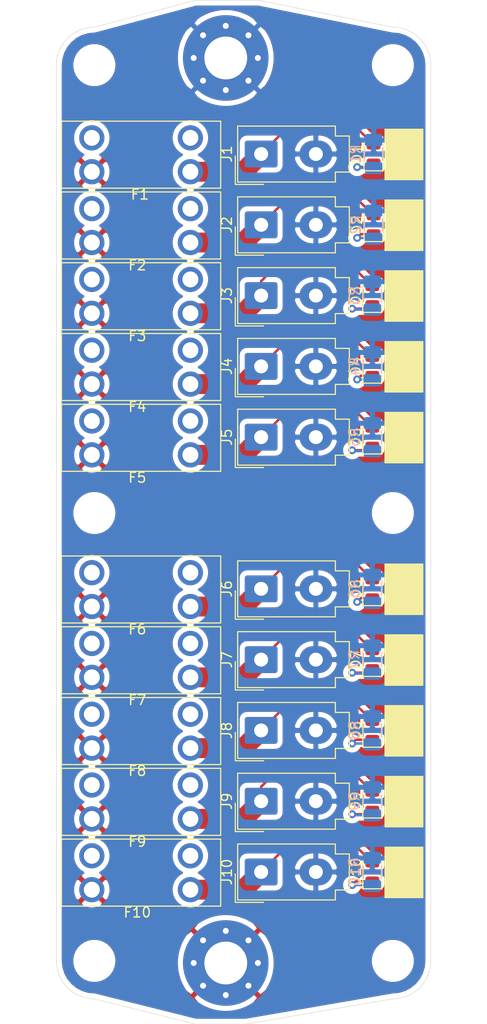
<source format=kicad_pcb>
(kicad_pcb (version 20171130) (host pcbnew "(5.1.2)-2")
  (layers (0 F.Cu signal) (31 B.Cu signal) (34 B.Paste user) (35 F.Paste user) (36 B.SilkS user) (37 F.SilkS user) (38 B.Mask user) (39 F.Mask user) (44 Edge.Cuts user))
  (net 0 "")
  (net 1 "Net-(D1-Pad2)")
  (net 2 "Net-(F1-Pad2)")
  (net 3 GND)
  (net 4 "Net-(D2-Pad2)")
  (net 5 "Net-(D2-Pad1)")
  (net 6 "Net-(D3-Pad2)")
  (net 7 "Net-(D3-Pad1)")
  (net 8 "Net-(D4-Pad2)")
  (net 9 "Net-(D4-Pad1)")
  (net 10 "Net-(D5-Pad2)")
  (net 11 "Net-(D5-Pad1)")
  (net 12 "Net-(D6-Pad2)")
  (net 13 "Net-(D6-Pad1)")
  (net 14 "Net-(D7-Pad2)")
  (net 15 "Net-(D7-Pad1)")
  (net 16 "Net-(D8-Pad2)")
  (net 17 "Net-(D8-Pad1)")
  (net 18 "Net-(D9-Pad2)")
  (net 19 "Net-(D9-Pad1)")
  (net 20 "Net-(D10-Pad2)")
  (net 21 "Net-(D10-Pad1)")
  (net 22 "Net-(D1-Pad1)")
  (module MountingHole:MountingHole_3.2mm_M3 (layer F.Cu) (at 144.3 93.176)
    (fp_text reference REF** hide)
    (fp_text value MountingHole_3.2mm_M3)
    (pad 1 np_thru_hole circle (at 0 0) (size 3.2 3.2) (drill 3.2) (layers *.Cu *.Mask))
  )
  (module MountingHole:MountingHole_3.2mm_M3 (layer F.Cu) (at 114.3 93.176)
    (fp_text reference REF** hide)
    (fp_text value MountingHole_3.2mm_M3)
    (pad 1 np_thru_hole circle (at 0 0) (size 3.2 3.2) (drill 3.2) (layers *.Cu *.Mask))
  )
  (module MountingHole:MountingHole_3.2mm_M3 (layer F.Cu) (at 144.3 138.176)
    (fp_text reference REF** hide)
    (fp_text value MountingHole_3.2mm_M3)
    (pad 1 np_thru_hole circle (at 0 0) (size 3.2 3.2) (drill 3.2) (layers *.Cu *.Mask))
  )
  (module MountingHole:MountingHole_3.2mm_M3 (layer F.Cu) (at 114.3 138.176)
    (fp_text reference REF** hide)
    (fp_text value MountingHole_3.2mm_M3)
    (pad 1 np_thru_hole circle (at 0 0) (size 3.2 3.2) (drill 3.2) (layers *.Cu *.Mask))
  )
  (module MountingHole:MountingHole_3.2mm_M3 (layer F.Cu) (at 114.3 183.176)
    (fp_text reference REF** hide)
    (fp_text value MountingHole_3.2mm_M3)
    (pad 1 np_thru_hole circle (at 0 0) (size 3.2 3.2) (drill 3.2) (layers *.Cu *.Mask))
  )
  (module MountingHole:MountingHole_3.2mm_M3 (layer F.Cu) (at 144.3 183.176)
    (fp_text reference REF** hide)
    (fp_text value MountingHole_3.2mm_M3)
    (pad 1 np_thru_hole circle (at 0 0) (size 3.2 3.2) (drill 3.2) (layers *.Cu *.Mask))
  )
  (module Connector_Molex:Molex_Mini-Fit_Jr_5566-02A_2x01_P4.20mm_Vertical (layer F.Cu) (at 131.064 130.556 90)
    (fp_text reference J5 (at 0 -3.45 90) (layer F.SilkS))
    (fp_text value Conn_01x02_Male)
    (fp_line (start 0 -2.36) (end -2.81 -2.36) (layer F.SilkS) (width 0.12))
    (fp_line (start -2.81 -2.36) (end -2.81 7.46) (layer F.SilkS) (width 0.12))
    (fp_line (start -2.81 7.46) (end -1.81 7.46) (layer F.SilkS) (width 0.12))
    (fp_line (start -1.81 7.46) (end -1.81 8.86) (layer F.SilkS) (width 0.12))
    (fp_line (start -1.81 8.86) (end 0 8.86) (layer F.SilkS) (width 0.12))
    (fp_line (start 0 -2.36) (end 2.81 -2.36) (layer F.SilkS) (width 0.12))
    (fp_line (start 2.81 -2.36) (end 2.81 7.46) (layer F.SilkS) (width 0.12))
    (fp_line (start 2.81 7.46) (end 1.81 7.46) (layer F.SilkS) (width 0.12))
    (fp_line (start 1.81 7.46) (end 1.81 8.86) (layer F.SilkS) (width 0.12))
    (fp_line (start 1.81 8.86) (end 0 8.86) (layer F.SilkS) (width 0.12))
    (fp_line (start -0.2 -2.6) (end -3.05 -2.6) (layer F.SilkS) (width 0.12))
    (fp_line (start -3.05 -2.6) (end -3.05 0.25) (layer F.SilkS) (width 0.12))
    (pad 1 thru_hole roundrect (at 0 0 90) (size 2.7 3.3) (drill 1.4) (layers *.Cu *.Mask) (roundrect_rratio 0.09259299999999999) (net 10 "Net-(D5-Pad2)"))
    (pad 2 thru_hole oval (at 0 5.5 90) (size 2.7 3.3) (drill 1.4) (layers *.Cu *.Mask) (net 3 GND))
  )
  (module PDIST:Fuse-Mini_Blade-3568 (layer F.Cu) (at 118.872 130.556 180)
    (fp_text reference F5 (at 0.254 -4.064) (layer F.SilkS))
    (fp_text value Fuse)
    (fp_line (start -8.128 -3.429) (end 7.874 -3.429) (layer F.SilkS) (width 0.12))
    (fp_line (start 7.874 3.302) (end -8.128 3.302) (layer F.SilkS) (width 0.12))
    (fp_line (start -8.128 -3.429) (end -8.128 3.302) (layer F.SilkS) (width 0.12))
    (fp_line (start 7.874 -3.429) (end 7.874 3.302) (layer F.SilkS) (width 0.12))
    (pad 1 thru_hole circle (at -5.08 -1.778 180) (size 2.54 2.54) (drill 1.6002) (layers *.Cu *.Mask) (net 10 "Net-(D5-Pad2)"))
    (pad 2 thru_hole circle (at 4.826 -1.778 180) (size 2.54 2.54) (drill 1.6002) (layers *.Cu *.Mask) (net 2 "Net-(F1-Pad2)"))
    (pad 4 thru_hole circle (at 4.826 1.6256 180) (size 2.54 2.54) (drill 1.6002) (layers *.Cu *.Mask))
    (pad 3 thru_hole circle (at -5.08 1.6256 180) (size 2.54 2.54) (drill 1.6002) (layers *.Cu *.Mask))
  )
  (module Resistor_SMD:R_1206_3216Metric (layer B.Cu) (at 142.364 102.108 270)
    (fp_text reference R1 (at 0 1.82 270) (layer B.SilkS) (effects (justify mirror)))
    (fp_text value R)
    (fp_line (start -0.602064 0.91) (end 0.602064 0.91) (layer B.SilkS) (width 0.12))
    (fp_line (start -0.602064 -0.91) (end 0.602064 -0.91) (layer B.SilkS) (width 0.12))
    (pad 1 smd roundrect (at -1.4 0 270) (size 1.25 1.75) (layers B.Cu B.Paste B.Mask) (roundrect_rratio 0.2) (net 3 GND))
    (pad 2 smd roundrect (at 1.4 0 270) (size 1.25 1.75) (layers B.Cu B.Paste B.Mask) (roundrect_rratio 0.2) (net 22 "Net-(D1-Pad1)"))
  )
  (module LED_SMD:LED_0805_2012Metric (layer F.Cu) (at 142.364 102.108 90)
    (fp_text reference D1 (at 0 -1.65 90) (layer F.SilkS))
    (fp_text value LED)
    (fp_line (start 1 -0.96) (end -1.685 -0.96) (layer F.SilkS) (width 0.12))
    (fp_line (start -1.685 -0.96) (end -1.685 0.96) (layer F.SilkS) (width 0.12))
    (fp_line (start -1.685 0.96) (end 1 0.96) (layer F.SilkS) (width 0.12))
    (pad 1 smd roundrect (at -0.9375 0 90) (size 0.975 1.4) (layers F.Cu F.Paste F.Mask) (net 22 "Net-(D1-Pad1)"))
    (pad 2 smd roundrect (at 0.9375 0 90) (size 0.975 1.4) (layers F.Cu F.Paste F.Mask) (net 1 "Net-(D1-Pad2)"))
  )
  (module Connector_Molex:Molex_Mini-Fit_Jr_5566-02A_2x01_P4.20mm_Vertical (layer F.Cu) (at 131.064 145.796 90)
    (fp_text reference J6 (at 0 -3.45 90) (layer F.SilkS))
    (fp_text value Conn_01x02_Male)
    (fp_line (start 0 -2.36) (end -2.81 -2.36) (layer F.SilkS) (width 0.12))
    (fp_line (start -2.81 -2.36) (end -2.81 7.46) (layer F.SilkS) (width 0.12))
    (fp_line (start -2.81 7.46) (end -1.81 7.46) (layer F.SilkS) (width 0.12))
    (fp_line (start -1.81 7.46) (end -1.81 8.86) (layer F.SilkS) (width 0.12))
    (fp_line (start -1.81 8.86) (end 0 8.86) (layer F.SilkS) (width 0.12))
    (fp_line (start 0 -2.36) (end 2.81 -2.36) (layer F.SilkS) (width 0.12))
    (fp_line (start 2.81 -2.36) (end 2.81 7.46) (layer F.SilkS) (width 0.12))
    (fp_line (start 2.81 7.46) (end 1.81 7.46) (layer F.SilkS) (width 0.12))
    (fp_line (start 1.81 7.46) (end 1.81 8.86) (layer F.SilkS) (width 0.12))
    (fp_line (start 1.81 8.86) (end 0 8.86) (layer F.SilkS) (width 0.12))
    (fp_line (start -0.2 -2.6) (end -3.05 -2.6) (layer F.SilkS) (width 0.12))
    (fp_line (start -3.05 -2.6) (end -3.05 0.25) (layer F.SilkS) (width 0.12))
    (pad 1 thru_hole roundrect (at 0 0 90) (size 2.7 3.3) (drill 1.4) (layers *.Cu *.Mask) (roundrect_rratio 0.09259299999999999) (net 12 "Net-(D6-Pad2)"))
    (pad 2 thru_hole oval (at 0 5.5 90) (size 2.7 3.3) (drill 1.4) (layers *.Cu *.Mask) (net 3 GND))
  )
  (module PDIST:Fuse-Mini_Blade-3568 (layer F.Cu) (at 118.872 145.796 180)
    (fp_text reference F6 (at 0.254 -4.064) (layer F.SilkS))
    (fp_text value Fuse)
    (fp_line (start -8.128 -3.429) (end 7.874 -3.429) (layer F.SilkS) (width 0.12))
    (fp_line (start 7.874 3.302) (end -8.128 3.302) (layer F.SilkS) (width 0.12))
    (fp_line (start -8.128 -3.429) (end -8.128 3.302) (layer F.SilkS) (width 0.12))
    (fp_line (start 7.874 -3.429) (end 7.874 3.302) (layer F.SilkS) (width 0.12))
    (pad 1 thru_hole circle (at -5.08 -1.778 180) (size 2.54 2.54) (drill 1.6002) (layers *.Cu *.Mask) (net 12 "Net-(D6-Pad2)"))
    (pad 2 thru_hole circle (at 4.826 -1.778 180) (size 2.54 2.54) (drill 1.6002) (layers *.Cu *.Mask) (net 2 "Net-(F1-Pad2)"))
    (pad 4 thru_hole circle (at 4.826 1.6256 180) (size 2.54 2.54) (drill 1.6002) (layers *.Cu *.Mask))
    (pad 3 thru_hole circle (at -5.08 1.6256 180) (size 2.54 2.54) (drill 1.6002) (layers *.Cu *.Mask))
  )
  (module Connector_Molex:Molex_Mini-Fit_Jr_5566-02A_2x01_P4.20mm_Vertical (layer F.Cu) (at 131.064 160.02 90)
    (fp_text reference J8 (at 0 -3.45 90) (layer F.SilkS))
    (fp_text value Conn_01x02_Male)
    (fp_line (start 0 -2.36) (end -2.81 -2.36) (layer F.SilkS) (width 0.12))
    (fp_line (start -2.81 -2.36) (end -2.81 7.46) (layer F.SilkS) (width 0.12))
    (fp_line (start -2.81 7.46) (end -1.81 7.46) (layer F.SilkS) (width 0.12))
    (fp_line (start -1.81 7.46) (end -1.81 8.86) (layer F.SilkS) (width 0.12))
    (fp_line (start -1.81 8.86) (end 0 8.86) (layer F.SilkS) (width 0.12))
    (fp_line (start 0 -2.36) (end 2.81 -2.36) (layer F.SilkS) (width 0.12))
    (fp_line (start 2.81 -2.36) (end 2.81 7.46) (layer F.SilkS) (width 0.12))
    (fp_line (start 2.81 7.46) (end 1.81 7.46) (layer F.SilkS) (width 0.12))
    (fp_line (start 1.81 7.46) (end 1.81 8.86) (layer F.SilkS) (width 0.12))
    (fp_line (start 1.81 8.86) (end 0 8.86) (layer F.SilkS) (width 0.12))
    (fp_line (start -0.2 -2.6) (end -3.05 -2.6) (layer F.SilkS) (width 0.12))
    (fp_line (start -3.05 -2.6) (end -3.05 0.25) (layer F.SilkS) (width 0.12))
    (pad 1 thru_hole roundrect (at 0 0 90) (size 2.7 3.3) (drill 1.4) (layers *.Cu *.Mask) (roundrect_rratio 0.09259299999999999) (net 16 "Net-(D8-Pad2)"))
    (pad 2 thru_hole oval (at 0 5.5 90) (size 2.7 3.3) (drill 1.4) (layers *.Cu *.Mask) (net 3 GND))
  )
  (module PDIST:Fuse-Mini_Blade-3568 (layer F.Cu) (at 118.872 160.02 180)
    (fp_text reference F8 (at 0.254 -4.064) (layer F.SilkS))
    (fp_text value Fuse)
    (fp_line (start -8.128 -3.429) (end 7.874 -3.429) (layer F.SilkS) (width 0.12))
    (fp_line (start 7.874 3.302) (end -8.128 3.302) (layer F.SilkS) (width 0.12))
    (fp_line (start -8.128 -3.429) (end -8.128 3.302) (layer F.SilkS) (width 0.12))
    (fp_line (start 7.874 -3.429) (end 7.874 3.302) (layer F.SilkS) (width 0.12))
    (pad 1 thru_hole circle (at -5.08 -1.778 180) (size 2.54 2.54) (drill 1.6002) (layers *.Cu *.Mask) (net 16 "Net-(D8-Pad2)"))
    (pad 2 thru_hole circle (at 4.826 -1.778 180) (size 2.54 2.54) (drill 1.6002) (layers *.Cu *.Mask) (net 2 "Net-(F1-Pad2)"))
    (pad 4 thru_hole circle (at 4.826 1.6256 180) (size 2.54 2.54) (drill 1.6002) (layers *.Cu *.Mask))
    (pad 3 thru_hole circle (at -5.08 1.6256 180) (size 2.54 2.54) (drill 1.6002) (layers *.Cu *.Mask))
  )
  (module Connector_Molex:Molex_Mini-Fit_Jr_5566-02A_2x01_P4.20mm_Vertical (layer F.Cu) (at 131.064 152.908 90)
    (fp_text reference J7 (at 0 -3.45 90) (layer F.SilkS))
    (fp_text value Conn_01x02_Male)
    (fp_line (start 0 -2.36) (end -2.81 -2.36) (layer F.SilkS) (width 0.12))
    (fp_line (start -2.81 -2.36) (end -2.81 7.46) (layer F.SilkS) (width 0.12))
    (fp_line (start -2.81 7.46) (end -1.81 7.46) (layer F.SilkS) (width 0.12))
    (fp_line (start -1.81 7.46) (end -1.81 8.86) (layer F.SilkS) (width 0.12))
    (fp_line (start -1.81 8.86) (end 0 8.86) (layer F.SilkS) (width 0.12))
    (fp_line (start 0 -2.36) (end 2.81 -2.36) (layer F.SilkS) (width 0.12))
    (fp_line (start 2.81 -2.36) (end 2.81 7.46) (layer F.SilkS) (width 0.12))
    (fp_line (start 2.81 7.46) (end 1.81 7.46) (layer F.SilkS) (width 0.12))
    (fp_line (start 1.81 7.46) (end 1.81 8.86) (layer F.SilkS) (width 0.12))
    (fp_line (start 1.81 8.86) (end 0 8.86) (layer F.SilkS) (width 0.12))
    (fp_line (start -0.2 -2.6) (end -3.05 -2.6) (layer F.SilkS) (width 0.12))
    (fp_line (start -3.05 -2.6) (end -3.05 0.25) (layer F.SilkS) (width 0.12))
    (pad 1 thru_hole roundrect (at 0 0 90) (size 2.7 3.3) (drill 1.4) (layers *.Cu *.Mask) (roundrect_rratio 0.09259299999999999) (net 14 "Net-(D7-Pad2)"))
    (pad 2 thru_hole oval (at 0 5.5 90) (size 2.7 3.3) (drill 1.4) (layers *.Cu *.Mask) (net 3 GND))
  )
  (module PDIST:Fuse-Mini_Blade-3568 (layer F.Cu) (at 118.872 152.908 180)
    (fp_text reference F7 (at 0.254 -4.064) (layer F.SilkS))
    (fp_text value Fuse)
    (fp_line (start -8.128 -3.429) (end 7.874 -3.429) (layer F.SilkS) (width 0.12))
    (fp_line (start 7.874 3.302) (end -8.128 3.302) (layer F.SilkS) (width 0.12))
    (fp_line (start -8.128 -3.429) (end -8.128 3.302) (layer F.SilkS) (width 0.12))
    (fp_line (start 7.874 -3.429) (end 7.874 3.302) (layer F.SilkS) (width 0.12))
    (pad 1 thru_hole circle (at -5.08 -1.778 180) (size 2.54 2.54) (drill 1.6002) (layers *.Cu *.Mask) (net 14 "Net-(D7-Pad2)"))
    (pad 2 thru_hole circle (at 4.826 -1.778 180) (size 2.54 2.54) (drill 1.6002) (layers *.Cu *.Mask) (net 2 "Net-(F1-Pad2)"))
    (pad 4 thru_hole circle (at 4.826 1.6256 180) (size 2.54 2.54) (drill 1.6002) (layers *.Cu *.Mask))
    (pad 3 thru_hole circle (at -5.08 1.6256 180) (size 2.54 2.54) (drill 1.6002) (layers *.Cu *.Mask))
  )
  (module PDIST:Fuse-Mini_Blade-3568 (layer F.Cu) (at 118.872 116.332 180)
    (fp_text reference F3 (at 0.254 -4.064) (layer F.SilkS))
    (fp_text value Fuse)
    (fp_line (start -8.128 -3.429) (end 7.874 -3.429) (layer F.SilkS) (width 0.12))
    (fp_line (start 7.874 3.302) (end -8.128 3.302) (layer F.SilkS) (width 0.12))
    (fp_line (start -8.128 -3.429) (end -8.128 3.302) (layer F.SilkS) (width 0.12))
    (fp_line (start 7.874 -3.429) (end 7.874 3.302) (layer F.SilkS) (width 0.12))
    (pad 1 thru_hole circle (at -5.08 -1.778 180) (size 2.54 2.54) (drill 1.6002) (layers *.Cu *.Mask) (net 6 "Net-(D3-Pad2)"))
    (pad 2 thru_hole circle (at 4.826 -1.778 180) (size 2.54 2.54) (drill 1.6002) (layers *.Cu *.Mask) (net 2 "Net-(F1-Pad2)"))
    (pad 4 thru_hole circle (at 4.826 1.6256 180) (size 2.54 2.54) (drill 1.6002) (layers *.Cu *.Mask))
    (pad 3 thru_hole circle (at -5.08 1.6256 180) (size 2.54 2.54) (drill 1.6002) (layers *.Cu *.Mask))
  )
  (module Connector_Molex:Molex_Mini-Fit_Jr_5566-02A_2x01_P4.20mm_Vertical (layer F.Cu) (at 131.064 116.332 90)
    (fp_text reference J3 (at 0 -3.45 90) (layer F.SilkS))
    (fp_text value Conn_01x02_Male)
    (fp_line (start 0 -2.36) (end -2.81 -2.36) (layer F.SilkS) (width 0.12))
    (fp_line (start -2.81 -2.36) (end -2.81 7.46) (layer F.SilkS) (width 0.12))
    (fp_line (start -2.81 7.46) (end -1.81 7.46) (layer F.SilkS) (width 0.12))
    (fp_line (start -1.81 7.46) (end -1.81 8.86) (layer F.SilkS) (width 0.12))
    (fp_line (start -1.81 8.86) (end 0 8.86) (layer F.SilkS) (width 0.12))
    (fp_line (start 0 -2.36) (end 2.81 -2.36) (layer F.SilkS) (width 0.12))
    (fp_line (start 2.81 -2.36) (end 2.81 7.46) (layer F.SilkS) (width 0.12))
    (fp_line (start 2.81 7.46) (end 1.81 7.46) (layer F.SilkS) (width 0.12))
    (fp_line (start 1.81 7.46) (end 1.81 8.86) (layer F.SilkS) (width 0.12))
    (fp_line (start 1.81 8.86) (end 0 8.86) (layer F.SilkS) (width 0.12))
    (fp_line (start -0.2 -2.6) (end -3.05 -2.6) (layer F.SilkS) (width 0.12))
    (fp_line (start -3.05 -2.6) (end -3.05 0.25) (layer F.SilkS) (width 0.12))
    (pad 1 thru_hole roundrect (at 0 0 90) (size 2.7 3.3) (drill 1.4) (layers *.Cu *.Mask) (roundrect_rratio 0.09259299999999999) (net 6 "Net-(D3-Pad2)"))
    (pad 2 thru_hole oval (at 0 5.5 90) (size 2.7 3.3) (drill 1.4) (layers *.Cu *.Mask) (net 3 GND))
  )
  (module Connector_Molex:Molex_Mini-Fit_Jr_5566-02A_2x01_P4.20mm_Vertical (layer F.Cu) (at 131.064 167.132 90)
    (fp_text reference J9 (at 0 -3.45 90) (layer F.SilkS))
    (fp_text value Conn_01x02_Male)
    (fp_line (start 0 -2.36) (end -2.81 -2.36) (layer F.SilkS) (width 0.12))
    (fp_line (start -2.81 -2.36) (end -2.81 7.46) (layer F.SilkS) (width 0.12))
    (fp_line (start -2.81 7.46) (end -1.81 7.46) (layer F.SilkS) (width 0.12))
    (fp_line (start -1.81 7.46) (end -1.81 8.86) (layer F.SilkS) (width 0.12))
    (fp_line (start -1.81 8.86) (end 0 8.86) (layer F.SilkS) (width 0.12))
    (fp_line (start 0 -2.36) (end 2.81 -2.36) (layer F.SilkS) (width 0.12))
    (fp_line (start 2.81 -2.36) (end 2.81 7.46) (layer F.SilkS) (width 0.12))
    (fp_line (start 2.81 7.46) (end 1.81 7.46) (layer F.SilkS) (width 0.12))
    (fp_line (start 1.81 7.46) (end 1.81 8.86) (layer F.SilkS) (width 0.12))
    (fp_line (start 1.81 8.86) (end 0 8.86) (layer F.SilkS) (width 0.12))
    (fp_line (start -0.2 -2.6) (end -3.05 -2.6) (layer F.SilkS) (width 0.12))
    (fp_line (start -3.05 -2.6) (end -3.05 0.25) (layer F.SilkS) (width 0.12))
    (pad 1 thru_hole roundrect (at 0 0 90) (size 2.7 3.3) (drill 1.4) (layers *.Cu *.Mask) (roundrect_rratio 0.09259299999999999) (net 18 "Net-(D9-Pad2)"))
    (pad 2 thru_hole oval (at 0 5.5 90) (size 2.7 3.3) (drill 1.4) (layers *.Cu *.Mask) (net 3 GND))
  )
  (module PDIST:Fuse-Mini_Blade-3568 (layer F.Cu) (at 118.872 167.132 180)
    (fp_text reference F9 (at 0.254 -4.064) (layer F.SilkS))
    (fp_text value Fuse)
    (fp_line (start -8.128 -3.429) (end 7.874 -3.429) (layer F.SilkS) (width 0.12))
    (fp_line (start 7.874 3.302) (end -8.128 3.302) (layer F.SilkS) (width 0.12))
    (fp_line (start -8.128 -3.429) (end -8.128 3.302) (layer F.SilkS) (width 0.12))
    (fp_line (start 7.874 -3.429) (end 7.874 3.302) (layer F.SilkS) (width 0.12))
    (pad 1 thru_hole circle (at -5.08 -1.778 180) (size 2.54 2.54) (drill 1.6002) (layers *.Cu *.Mask) (net 18 "Net-(D9-Pad2)"))
    (pad 2 thru_hole circle (at 4.826 -1.778 180) (size 2.54 2.54) (drill 1.6002) (layers *.Cu *.Mask) (net 2 "Net-(F1-Pad2)"))
    (pad 4 thru_hole circle (at 4.826 1.6256 180) (size 2.54 2.54) (drill 1.6002) (layers *.Cu *.Mask))
    (pad 3 thru_hole circle (at -5.08 1.6256 180) (size 2.54 2.54) (drill 1.6002) (layers *.Cu *.Mask))
  )
  (module Connector_Molex:Molex_Mini-Fit_Jr_5566-02A_2x01_P4.20mm_Vertical (layer F.Cu) (at 131.064 123.444 90)
    (fp_text reference J4 (at 0 -3.45 90) (layer F.SilkS))
    (fp_text value Conn_01x02_Male)
    (fp_line (start 0 -2.36) (end -2.81 -2.36) (layer F.SilkS) (width 0.12))
    (fp_line (start -2.81 -2.36) (end -2.81 7.46) (layer F.SilkS) (width 0.12))
    (fp_line (start -2.81 7.46) (end -1.81 7.46) (layer F.SilkS) (width 0.12))
    (fp_line (start -1.81 7.46) (end -1.81 8.86) (layer F.SilkS) (width 0.12))
    (fp_line (start -1.81 8.86) (end 0 8.86) (layer F.SilkS) (width 0.12))
    (fp_line (start 0 -2.36) (end 2.81 -2.36) (layer F.SilkS) (width 0.12))
    (fp_line (start 2.81 -2.36) (end 2.81 7.46) (layer F.SilkS) (width 0.12))
    (fp_line (start 2.81 7.46) (end 1.81 7.46) (layer F.SilkS) (width 0.12))
    (fp_line (start 1.81 7.46) (end 1.81 8.86) (layer F.SilkS) (width 0.12))
    (fp_line (start 1.81 8.86) (end 0 8.86) (layer F.SilkS) (width 0.12))
    (fp_line (start -0.2 -2.6) (end -3.05 -2.6) (layer F.SilkS) (width 0.12))
    (fp_line (start -3.05 -2.6) (end -3.05 0.25) (layer F.SilkS) (width 0.12))
    (pad 1 thru_hole roundrect (at 0 0 90) (size 2.7 3.3) (drill 1.4) (layers *.Cu *.Mask) (roundrect_rratio 0.09259299999999999) (net 8 "Net-(D4-Pad2)"))
    (pad 2 thru_hole oval (at 0 5.5 90) (size 2.7 3.3) (drill 1.4) (layers *.Cu *.Mask) (net 3 GND))
  )
  (module PDIST:Fuse-Mini_Blade-3568 (layer F.Cu) (at 118.872 123.444 180)
    (fp_text reference F4 (at 0.254 -4.064) (layer F.SilkS))
    (fp_text value Fuse)
    (fp_line (start -8.128 -3.429) (end 7.874 -3.429) (layer F.SilkS) (width 0.12))
    (fp_line (start 7.874 3.302) (end -8.128 3.302) (layer F.SilkS) (width 0.12))
    (fp_line (start -8.128 -3.429) (end -8.128 3.302) (layer F.SilkS) (width 0.12))
    (fp_line (start 7.874 -3.429) (end 7.874 3.302) (layer F.SilkS) (width 0.12))
    (pad 1 thru_hole circle (at -5.08 -1.778 180) (size 2.54 2.54) (drill 1.6002) (layers *.Cu *.Mask) (net 8 "Net-(D4-Pad2)"))
    (pad 2 thru_hole circle (at 4.826 -1.778 180) (size 2.54 2.54) (drill 1.6002) (layers *.Cu *.Mask) (net 2 "Net-(F1-Pad2)"))
    (pad 4 thru_hole circle (at 4.826 1.6256 180) (size 2.54 2.54) (drill 1.6002) (layers *.Cu *.Mask))
    (pad 3 thru_hole circle (at -5.08 1.6256 180) (size 2.54 2.54) (drill 1.6002) (layers *.Cu *.Mask))
  )
  (module PDIST:Fuse-Mini_Blade-3568 (layer F.Cu) (at 118.872 174.244 180)
    (fp_text reference F10 (at 0.254 -4.064) (layer F.SilkS))
    (fp_text value Fuse)
    (fp_line (start -8.128 -3.429) (end 7.874 -3.429) (layer F.SilkS) (width 0.12))
    (fp_line (start 7.874 3.302) (end -8.128 3.302) (layer F.SilkS) (width 0.12))
    (fp_line (start -8.128 -3.429) (end -8.128 3.302) (layer F.SilkS) (width 0.12))
    (fp_line (start 7.874 -3.429) (end 7.874 3.302) (layer F.SilkS) (width 0.12))
    (pad 1 thru_hole circle (at -5.08 -1.778 180) (size 2.54 2.54) (drill 1.6002) (layers *.Cu *.Mask) (net 20 "Net-(D10-Pad2)"))
    (pad 2 thru_hole circle (at 4.826 -1.778 180) (size 2.54 2.54) (drill 1.6002) (layers *.Cu *.Mask) (net 2 "Net-(F1-Pad2)"))
    (pad 4 thru_hole circle (at 4.826 1.6256 180) (size 2.54 2.54) (drill 1.6002) (layers *.Cu *.Mask))
    (pad 3 thru_hole circle (at -5.08 1.6256 180) (size 2.54 2.54) (drill 1.6002) (layers *.Cu *.Mask))
  )
  (module Connector_Molex:Molex_Mini-Fit_Jr_5566-02A_2x01_P4.20mm_Vertical (layer F.Cu) (at 131.064 174.244 90)
    (fp_text reference J10 (at 0 -3.45 90) (layer F.SilkS))
    (fp_text value Conn_01x02_Male)
    (fp_line (start 0 -2.36) (end -2.81 -2.36) (layer F.SilkS) (width 0.12))
    (fp_line (start -2.81 -2.36) (end -2.81 7.46) (layer F.SilkS) (width 0.12))
    (fp_line (start -2.81 7.46) (end -1.81 7.46) (layer F.SilkS) (width 0.12))
    (fp_line (start -1.81 7.46) (end -1.81 8.86) (layer F.SilkS) (width 0.12))
    (fp_line (start -1.81 8.86) (end 0 8.86) (layer F.SilkS) (width 0.12))
    (fp_line (start 0 -2.36) (end 2.81 -2.36) (layer F.SilkS) (width 0.12))
    (fp_line (start 2.81 -2.36) (end 2.81 7.46) (layer F.SilkS) (width 0.12))
    (fp_line (start 2.81 7.46) (end 1.81 7.46) (layer F.SilkS) (width 0.12))
    (fp_line (start 1.81 7.46) (end 1.81 8.86) (layer F.SilkS) (width 0.12))
    (fp_line (start 1.81 8.86) (end 0 8.86) (layer F.SilkS) (width 0.12))
    (fp_line (start -0.2 -2.6) (end -3.05 -2.6) (layer F.SilkS) (width 0.12))
    (fp_line (start -3.05 -2.6) (end -3.05 0.25) (layer F.SilkS) (width 0.12))
    (pad 1 thru_hole roundrect (at 0 0 90) (size 2.7 3.3) (drill 1.4) (layers *.Cu *.Mask) (roundrect_rratio 0.09259299999999999) (net 20 "Net-(D10-Pad2)"))
    (pad 2 thru_hole oval (at 0 5.5 90) (size 2.7 3.3) (drill 1.4) (layers *.Cu *.Mask) (net 3 GND))
  )
  (module Connector_Molex:Molex_Mini-Fit_Jr_5566-02A_2x01_P4.20mm_Vertical (layer F.Cu) (at 131.064 109.22 90)
    (fp_text reference J2 (at 0 -3.45 90) (layer F.SilkS))
    (fp_text value Conn_01x02_Male)
    (fp_line (start 0 -2.36) (end -2.81 -2.36) (layer F.SilkS) (width 0.12))
    (fp_line (start -2.81 -2.36) (end -2.81 7.46) (layer F.SilkS) (width 0.12))
    (fp_line (start -2.81 7.46) (end -1.81 7.46) (layer F.SilkS) (width 0.12))
    (fp_line (start -1.81 7.46) (end -1.81 8.86) (layer F.SilkS) (width 0.12))
    (fp_line (start -1.81 8.86) (end 0 8.86) (layer F.SilkS) (width 0.12))
    (fp_line (start 0 -2.36) (end 2.81 -2.36) (layer F.SilkS) (width 0.12))
    (fp_line (start 2.81 -2.36) (end 2.81 7.46) (layer F.SilkS) (width 0.12))
    (fp_line (start 2.81 7.46) (end 1.81 7.46) (layer F.SilkS) (width 0.12))
    (fp_line (start 1.81 7.46) (end 1.81 8.86) (layer F.SilkS) (width 0.12))
    (fp_line (start 1.81 8.86) (end 0 8.86) (layer F.SilkS) (width 0.12))
    (fp_line (start -0.2 -2.6) (end -3.05 -2.6) (layer F.SilkS) (width 0.12))
    (fp_line (start -3.05 -2.6) (end -3.05 0.25) (layer F.SilkS) (width 0.12))
    (pad 1 thru_hole roundrect (at 0 0 90) (size 2.7 3.3) (drill 1.4) (layers *.Cu *.Mask) (roundrect_rratio 0.09259299999999999) (net 4 "Net-(D2-Pad2)"))
    (pad 2 thru_hole oval (at 0 5.5 90) (size 2.7 3.3) (drill 1.4) (layers *.Cu *.Mask) (net 3 GND))
  )
  (module PDIST:Fuse-Mini_Blade-3568 (layer F.Cu) (at 118.872 109.22 180)
    (fp_text reference F2 (at 0.254 -4.064) (layer F.SilkS))
    (fp_text value Fuse)
    (fp_line (start -8.128 -3.429) (end 7.874 -3.429) (layer F.SilkS) (width 0.12))
    (fp_line (start 7.874 3.302) (end -8.128 3.302) (layer F.SilkS) (width 0.12))
    (fp_line (start -8.128 -3.429) (end -8.128 3.302) (layer F.SilkS) (width 0.12))
    (fp_line (start 7.874 -3.429) (end 7.874 3.302) (layer F.SilkS) (width 0.12))
    (pad 1 thru_hole circle (at -5.08 -1.778 180) (size 2.54 2.54) (drill 1.6002) (layers *.Cu *.Mask) (net 4 "Net-(D2-Pad2)"))
    (pad 2 thru_hole circle (at 4.826 -1.778 180) (size 2.54 2.54) (drill 1.6002) (layers *.Cu *.Mask) (net 2 "Net-(F1-Pad2)"))
    (pad 4 thru_hole circle (at 4.826 1.6256 180) (size 2.54 2.54) (drill 1.6002) (layers *.Cu *.Mask))
    (pad 3 thru_hole circle (at -5.08 1.6256 180) (size 2.54 2.54) (drill 1.6002) (layers *.Cu *.Mask))
  )
  (module Resistor_SMD:R_1206_3216Metric (layer B.Cu) (at 142.24 174.244 270)
    (fp_text reference R10 (at 0 1.82 270) (layer B.SilkS) (effects (justify mirror)))
    (fp_text value R)
    (fp_line (start -0.602064 -0.91) (end 0.602064 -0.91) (layer B.SilkS) (width 0.12))
    (fp_line (start -0.602064 0.91) (end 0.602064 0.91) (layer B.SilkS) (width 0.12))
    (pad 2 smd roundrect (at 1.4 0 270) (size 1.25 1.75) (layers B.Cu B.Paste B.Mask) (roundrect_rratio 0.2) (net 21 "Net-(D10-Pad1)"))
    (pad 1 smd roundrect (at -1.4 0 270) (size 1.25 1.75) (layers B.Cu B.Paste B.Mask) (roundrect_rratio 0.2) (net 3 GND))
  )
  (module Resistor_SMD:R_1206_3216Metric (layer B.Cu) (at 142.24 167.132 270)
    (fp_text reference R9 (at 0 1.82 90) (layer B.SilkS) (effects (justify mirror)))
    (fp_text value R)
    (fp_line (start -0.602064 -0.91) (end 0.602064 -0.91) (layer B.SilkS) (width 0.12))
    (fp_line (start -0.602064 0.91) (end 0.602064 0.91) (layer B.SilkS) (width 0.12))
    (pad 2 smd roundrect (at 1.4 0 270) (size 1.25 1.75) (layers B.Cu B.Paste B.Mask) (roundrect_rratio 0.2) (net 19 "Net-(D9-Pad1)"))
    (pad 1 smd roundrect (at -1.4 0 270) (size 1.25 1.75) (layers B.Cu B.Paste B.Mask) (roundrect_rratio 0.2) (net 3 GND))
  )
  (module Resistor_SMD:R_1206_3216Metric (layer B.Cu) (at 142.24 160.02 270)
    (fp_text reference R8 (at 0 1.82 90) (layer B.SilkS) (effects (justify mirror)))
    (fp_text value R)
    (fp_line (start -0.602064 -0.91) (end 0.602064 -0.91) (layer B.SilkS) (width 0.12))
    (fp_line (start -0.602064 0.91) (end 0.602064 0.91) (layer B.SilkS) (width 0.12))
    (pad 2 smd roundrect (at 1.4 0 270) (size 1.25 1.75) (layers B.Cu B.Paste B.Mask) (roundrect_rratio 0.2) (net 17 "Net-(D8-Pad1)"))
    (pad 1 smd roundrect (at -1.4 0 270) (size 1.25 1.75) (layers B.Cu B.Paste B.Mask) (roundrect_rratio 0.2) (net 3 GND))
  )
  (module Resistor_SMD:R_1206_3216Metric (layer B.Cu) (at 142.24 152.908 270)
    (fp_text reference R7 (at 0 1.82 90) (layer B.SilkS) (effects (justify mirror)))
    (fp_text value R)
    (fp_line (start -0.602064 -0.91) (end 0.602064 -0.91) (layer B.SilkS) (width 0.12))
    (fp_line (start -0.602064 0.91) (end 0.602064 0.91) (layer B.SilkS) (width 0.12))
    (pad 2 smd roundrect (at 1.4 0 270) (size 1.25 1.75) (layers B.Cu B.Paste B.Mask) (roundrect_rratio 0.2) (net 15 "Net-(D7-Pad1)"))
    (pad 1 smd roundrect (at -1.4 0 270) (size 1.25 1.75) (layers B.Cu B.Paste B.Mask) (roundrect_rratio 0.2) (net 3 GND))
  )
  (module Resistor_SMD:R_1206_3216Metric (layer B.Cu) (at 142.24 145.796 270)
    (fp_text reference R6 (at 0 1.82 270) (layer B.SilkS) (effects (justify mirror)))
    (fp_text value R)
    (fp_line (start -0.602064 -0.91) (end 0.602064 -0.91) (layer B.SilkS) (width 0.12))
    (fp_line (start -0.602064 0.91) (end 0.602064 0.91) (layer B.SilkS) (width 0.12))
    (pad 2 smd roundrect (at 1.4 0 270) (size 1.25 1.75) (layers B.Cu B.Paste B.Mask) (roundrect_rratio 0.2) (net 13 "Net-(D6-Pad1)"))
    (pad 1 smd roundrect (at -1.4 0 270) (size 1.25 1.75) (layers B.Cu B.Paste B.Mask) (roundrect_rratio 0.2) (net 3 GND))
  )
  (module Resistor_SMD:R_1206_3216Metric (layer B.Cu) (at 142.24 130.556 270)
    (fp_text reference R5 (at 0 1.82 270) (layer B.SilkS) (effects (justify mirror)))
    (fp_text value R)
    (fp_line (start -0.602064 -0.91) (end 0.602064 -0.91) (layer B.SilkS) (width 0.12))
    (fp_line (start -0.602064 0.91) (end 0.602064 0.91) (layer B.SilkS) (width 0.12))
    (pad 2 smd roundrect (at 1.4 0 270) (size 1.25 1.75) (layers B.Cu B.Paste B.Mask) (roundrect_rratio 0.2) (net 11 "Net-(D5-Pad1)"))
    (pad 1 smd roundrect (at -1.4 0 270) (size 1.25 1.75) (layers B.Cu B.Paste B.Mask) (roundrect_rratio 0.2) (net 3 GND))
  )
  (module Resistor_SMD:R_1206_3216Metric (layer B.Cu) (at 142.24 123.444 270)
    (fp_text reference R4 (at 0 1.82 270) (layer B.SilkS) (effects (justify mirror)))
    (fp_text value R)
    (fp_line (start -0.602064 -0.91) (end 0.602064 -0.91) (layer B.SilkS) (width 0.12))
    (fp_line (start -0.602064 0.91) (end 0.602064 0.91) (layer B.SilkS) (width 0.12))
    (pad 2 smd roundrect (at 1.4 0 270) (size 1.25 1.75) (layers B.Cu B.Paste B.Mask) (roundrect_rratio 0.2) (net 9 "Net-(D4-Pad1)"))
    (pad 1 smd roundrect (at -1.4 0 270) (size 1.25 1.75) (layers B.Cu B.Paste B.Mask) (roundrect_rratio 0.2) (net 3 GND))
  )
  (module Resistor_SMD:R_1206_3216Metric (layer B.Cu) (at 142.24 116.332 270)
    (fp_text reference R3 (at 0 1.82 90) (layer B.SilkS) (effects (justify mirror)))
    (fp_text value R)
    (fp_line (start -0.602064 -0.91) (end 0.602064 -0.91) (layer B.SilkS) (width 0.12))
    (fp_line (start -0.602064 0.91) (end 0.602064 0.91) (layer B.SilkS) (width 0.12))
    (pad 2 smd roundrect (at 1.4 0 270) (size 1.25 1.75) (layers B.Cu B.Paste B.Mask) (roundrect_rratio 0.2) (net 7 "Net-(D3-Pad1)"))
    (pad 1 smd roundrect (at -1.4 0 270) (size 1.25 1.75) (layers B.Cu B.Paste B.Mask) (roundrect_rratio 0.2) (net 3 GND))
  )
  (module Resistor_SMD:R_1206_3216Metric (layer B.Cu) (at 142.364 109.22 270)
    (fp_text reference R2 (at 0 1.82 270) (layer B.SilkS) (effects (justify mirror)))
    (fp_text value R)
    (fp_line (start -0.602064 -0.91) (end 0.602064 -0.91) (layer B.SilkS) (width 0.12))
    (fp_line (start -0.602064 0.91) (end 0.602064 0.91) (layer B.SilkS) (width 0.12))
    (pad 2 smd roundrect (at 1.4 0 270) (size 1.25 1.75) (layers B.Cu B.Paste B.Mask) (roundrect_rratio 0.2) (net 5 "Net-(D2-Pad1)"))
    (pad 1 smd roundrect (at -1.4 0 270) (size 1.25 1.75) (layers B.Cu B.Paste B.Mask) (roundrect_rratio 0.2) (net 3 GND))
  )
  (module LED_SMD:LED_0805_2012Metric (layer F.Cu) (at 142.24 174.244 90)
    (fp_text reference D10 (at 0 -1.65 90) (layer F.SilkS))
    (fp_text value LED)
    (fp_line (start -1.685 0.96) (end 1 0.96) (layer F.SilkS) (width 0.12))
    (fp_line (start -1.685 -0.96) (end -1.685 0.96) (layer F.SilkS) (width 0.12))
    (fp_line (start 1 -0.96) (end -1.685 -0.96) (layer F.SilkS) (width 0.12))
    (pad 2 smd roundrect (at 0.9375 0 90) (size 0.975 1.4) (layers F.Cu F.Paste F.Mask) (net 20 "Net-(D10-Pad2)"))
    (pad 1 smd roundrect (at -0.9375 0 90) (size 0.975 1.4) (layers F.Cu F.Paste F.Mask) (net 21 "Net-(D10-Pad1)"))
  )
  (module LED_SMD:LED_0805_2012Metric (layer F.Cu) (at 142.24 167.132 90)
    (fp_text reference D9 (at 0 -1.65 90) (layer F.SilkS))
    (fp_text value LED)
    (fp_line (start -1.685 0.96) (end 1 0.96) (layer F.SilkS) (width 0.12))
    (fp_line (start -1.685 -0.96) (end -1.685 0.96) (layer F.SilkS) (width 0.12))
    (fp_line (start 1 -0.96) (end -1.685 -0.96) (layer F.SilkS) (width 0.12))
    (pad 2 smd roundrect (at 0.9375 0 90) (size 0.975 1.4) (layers F.Cu F.Paste F.Mask) (net 18 "Net-(D9-Pad2)"))
    (pad 1 smd roundrect (at -0.9375 0 90) (size 0.975 1.4) (layers F.Cu F.Paste F.Mask) (net 19 "Net-(D9-Pad1)"))
  )
  (module LED_SMD:LED_0805_2012Metric (layer F.Cu) (at 142.24 160.02 90)
    (fp_text reference D8 (at 0 -1.65 90) (layer F.SilkS))
    (fp_text value LED)
    (fp_line (start -1.685 0.96) (end 1 0.96) (layer F.SilkS) (width 0.12))
    (fp_line (start -1.685 -0.96) (end -1.685 0.96) (layer F.SilkS) (width 0.12))
    (fp_line (start 1 -0.96) (end -1.685 -0.96) (layer F.SilkS) (width 0.12))
    (pad 2 smd roundrect (at 0.9375 0 90) (size 0.975 1.4) (layers F.Cu F.Paste F.Mask) (net 16 "Net-(D8-Pad2)"))
    (pad 1 smd roundrect (at -0.9375 0 90) (size 0.975 1.4) (layers F.Cu F.Paste F.Mask) (net 17 "Net-(D8-Pad1)"))
  )
  (module LED_SMD:LED_0805_2012Metric (layer F.Cu) (at 142.24 152.908 90)
    (fp_text reference D7 (at 0 -1.65 90) (layer F.SilkS))
    (fp_text value LED)
    (fp_line (start -1.685 0.96) (end 1 0.96) (layer F.SilkS) (width 0.12))
    (fp_line (start -1.685 -0.96) (end -1.685 0.96) (layer F.SilkS) (width 0.12))
    (fp_line (start 1 -0.96) (end -1.685 -0.96) (layer F.SilkS) (width 0.12))
    (pad 2 smd roundrect (at 0.9375 0 90) (size 0.975 1.4) (layers F.Cu F.Paste F.Mask) (net 14 "Net-(D7-Pad2)"))
    (pad 1 smd roundrect (at -0.9375 0 90) (size 0.975 1.4) (layers F.Cu F.Paste F.Mask) (net 15 "Net-(D7-Pad1)"))
  )
  (module LED_SMD:LED_0805_2012Metric (layer F.Cu) (at 142.24 145.796 90)
    (fp_text reference D6 (at 0 -1.65 90) (layer F.SilkS))
    (fp_text value LED)
    (fp_line (start -1.685 0.96) (end 1 0.96) (layer F.SilkS) (width 0.12))
    (fp_line (start -1.685 -0.96) (end -1.685 0.96) (layer F.SilkS) (width 0.12))
    (fp_line (start 1 -0.96) (end -1.685 -0.96) (layer F.SilkS) (width 0.12))
    (pad 2 smd roundrect (at 0.9375 0 90) (size 0.975 1.4) (layers F.Cu F.Paste F.Mask) (net 12 "Net-(D6-Pad2)"))
    (pad 1 smd roundrect (at -0.9375 0 90) (size 0.975 1.4) (layers F.Cu F.Paste F.Mask) (net 13 "Net-(D6-Pad1)"))
  )
  (module LED_SMD:LED_0805_2012Metric (layer F.Cu) (at 142.24 130.556 90)
    (fp_text reference D5 (at 0 -1.65 90) (layer F.SilkS))
    (fp_text value LED)
    (fp_line (start -1.685 0.96) (end 1 0.96) (layer F.SilkS) (width 0.12))
    (fp_line (start -1.685 -0.96) (end -1.685 0.96) (layer F.SilkS) (width 0.12))
    (fp_line (start 1 -0.96) (end -1.685 -0.96) (layer F.SilkS) (width 0.12))
    (pad 2 smd roundrect (at 0.9375 0 90) (size 0.975 1.4) (layers F.Cu F.Paste F.Mask) (net 10 "Net-(D5-Pad2)"))
    (pad 1 smd roundrect (at -0.9375 0 90) (size 0.975 1.4) (layers F.Cu F.Paste F.Mask) (net 11 "Net-(D5-Pad1)"))
  )
  (module LED_SMD:LED_0805_2012Metric (layer F.Cu) (at 142.24 123.444 90)
    (fp_text reference D4 (at 0 -1.65 90) (layer F.SilkS))
    (fp_text value LED)
    (fp_line (start -1.685 0.96) (end 1 0.96) (layer F.SilkS) (width 0.12))
    (fp_line (start -1.685 -0.96) (end -1.685 0.96) (layer F.SilkS) (width 0.12))
    (fp_line (start 1 -0.96) (end -1.685 -0.96) (layer F.SilkS) (width 0.12))
    (pad 2 smd roundrect (at 0.9375 0 90) (size 0.975 1.4) (layers F.Cu F.Paste F.Mask) (net 8 "Net-(D4-Pad2)"))
    (pad 1 smd roundrect (at -0.9375 0 90) (size 0.975 1.4) (layers F.Cu F.Paste F.Mask) (net 9 "Net-(D4-Pad1)"))
  )
  (module LED_SMD:LED_0805_2012Metric (layer F.Cu) (at 142.24 116.332 90)
    (fp_text reference D3 (at 0 -1.65 90) (layer F.SilkS))
    (fp_text value LED)
    (fp_line (start -1.685 0.96) (end 1 0.96) (layer F.SilkS) (width 0.12))
    (fp_line (start -1.685 -0.96) (end -1.685 0.96) (layer F.SilkS) (width 0.12))
    (fp_line (start 1 -0.96) (end -1.685 -0.96) (layer F.SilkS) (width 0.12))
    (pad 2 smd roundrect (at 0.9375 0 90) (size 0.975 1.4) (layers F.Cu F.Paste F.Mask) (net 6 "Net-(D3-Pad2)"))
    (pad 1 smd roundrect (at -0.9375 0 90) (size 0.975 1.4) (layers F.Cu F.Paste F.Mask) (net 7 "Net-(D3-Pad1)"))
  )
  (module LED_SMD:LED_0805_2012Metric (layer F.Cu) (at 142.364 109.22 90)
    (fp_text reference D2 (at 0 -1.65 90) (layer F.SilkS))
    (fp_text value LED)
    (fp_line (start -1.685 0.96) (end 1 0.96) (layer F.SilkS) (width 0.12))
    (fp_line (start -1.685 -0.96) (end -1.685 0.96) (layer F.SilkS) (width 0.12))
    (fp_line (start 1 -0.96) (end -1.685 -0.96) (layer F.SilkS) (width 0.12))
    (pad 2 smd roundrect (at 0.9375 0 90) (size 0.975 1.4) (layers F.Cu F.Paste F.Mask) (net 4 "Net-(D2-Pad2)"))
    (pad 1 smd roundrect (at -0.9375 0 90) (size 0.975 1.4) (layers F.Cu F.Paste F.Mask) (net 5 "Net-(D2-Pad1)"))
  )
  (module PDIST:Fuse-Mini_Blade-3568 (layer F.Cu) (at 118.872 102.108 180)
    (fp_text reference F1 (at 0 -4.064) (layer F.SilkS))
    (fp_text value Fuse)
    (fp_line (start 7.874 -3.429) (end 7.874 3.302) (layer F.SilkS) (width 0.12))
    (fp_line (start -8.128 -3.429) (end -8.128 3.302) (layer F.SilkS) (width 0.12))
    (fp_line (start 7.874 3.302) (end -8.128 3.302) (layer F.SilkS) (width 0.12))
    (fp_line (start -8.128 -3.429) (end 7.874 -3.429) (layer F.SilkS) (width 0.12))
    (pad 3 thru_hole circle (at -5.08 1.6256 180) (size 2.54 2.54) (drill 1.6002) (layers *.Cu *.Mask))
    (pad 4 thru_hole circle (at 4.826 1.6256 180) (size 2.54 2.54) (drill 1.6002) (layers *.Cu *.Mask))
    (pad 2 thru_hole circle (at 4.826 -1.778 180) (size 2.54 2.54) (drill 1.6002) (layers *.Cu *.Mask) (net 2 "Net-(F1-Pad2)"))
    (pad 1 thru_hole circle (at -5.08 -1.778 180) (size 2.54 2.54) (drill 1.6002) (layers *.Cu *.Mask) (net 1 "Net-(D1-Pad2)"))
  )
  (module MountingHole:MountingHole_4.3mm_M4_Pad_Via (layer F.Cu) (at 127.508 92.456)
    (fp_text reference H2 hide)
    (fp_text value MountingHole_Pad)
    (pad 1 thru_hole circle (at 2.280419 -2.280419) (size 0.9 0.9) (drill 0.6) (layers *.Cu *.Mask) (net 3 GND))
    (pad 1 thru_hole circle (at 0 -3.225) (size 0.9 0.9) (drill 0.6) (layers *.Cu *.Mask) (net 3 GND))
    (pad 1 thru_hole circle (at -2.280419 -2.280419) (size 0.9 0.9) (drill 0.6) (layers *.Cu *.Mask) (net 3 GND))
    (pad 1 thru_hole circle (at -3.225 0) (size 0.9 0.9) (drill 0.6) (layers *.Cu *.Mask) (net 3 GND))
    (pad 1 thru_hole circle (at -2.280419 2.280419) (size 0.9 0.9) (drill 0.6) (layers *.Cu *.Mask) (net 3 GND))
    (pad 1 thru_hole circle (at 0 3.225) (size 0.9 0.9) (drill 0.6) (layers *.Cu *.Mask) (net 3 GND))
    (pad 1 thru_hole circle (at 2.280419 2.280419) (size 0.9 0.9) (drill 0.6) (layers *.Cu *.Mask) (net 3 GND))
    (pad 1 thru_hole circle (at 3.225 0) (size 0.9 0.9) (drill 0.6) (layers *.Cu *.Mask) (net 3 GND))
    (pad 1 thru_hole circle (at 0 0) (size 8.6 8.6) (drill 4.3) (layers *.Cu *.Mask) (net 3 GND))
  )
  (module MountingHole:MountingHole_4.3mm_M4_Pad_Via (layer F.Cu) (at 127.508 183.388)
    (fp_text reference H1 hide)
    (fp_text value MountingHole_Pad)
    (pad 1 thru_hole circle (at 2.280419 -2.280419) (size 0.9 0.9) (drill 0.6) (layers *.Cu *.Mask) (net 2 "Net-(F1-Pad2)"))
    (pad 1 thru_hole circle (at 0 -3.225) (size 0.9 0.9) (drill 0.6) (layers *.Cu *.Mask) (net 2 "Net-(F1-Pad2)"))
    (pad 1 thru_hole circle (at -2.280419 -2.280419) (size 0.9 0.9) (drill 0.6) (layers *.Cu *.Mask) (net 2 "Net-(F1-Pad2)"))
    (pad 1 thru_hole circle (at -3.225 0) (size 0.9 0.9) (drill 0.6) (layers *.Cu *.Mask) (net 2 "Net-(F1-Pad2)"))
    (pad 1 thru_hole circle (at -2.280419 2.280419) (size 0.9 0.9) (drill 0.6) (layers *.Cu *.Mask) (net 2 "Net-(F1-Pad2)"))
    (pad 1 thru_hole circle (at 0 3.225) (size 0.9 0.9) (drill 0.6) (layers *.Cu *.Mask) (net 2 "Net-(F1-Pad2)"))
    (pad 1 thru_hole circle (at 2.280419 2.280419) (size 0.9 0.9) (drill 0.6) (layers *.Cu *.Mask) (net 2 "Net-(F1-Pad2)"))
    (pad 1 thru_hole circle (at 3.225 0) (size 0.9 0.9) (drill 0.6) (layers *.Cu *.Mask) (net 2 "Net-(F1-Pad2)"))
    (pad 1 thru_hole circle (at 0 0) (size 8.6 8.6) (drill 4.3) (layers *.Cu *.Mask) (net 2 "Net-(F1-Pad2)"))
  )
  (module Connector_Molex:Molex_Mini-Fit_Jr_5566-02A_2x01_P4.20mm_Vertical (layer F.Cu) (at 131.064 102.108 90)
    (fp_text reference J1 (at 0 -3.45 90) (layer F.SilkS))
    (fp_text value Conn_01x02_Male)
    (fp_line (start -3.05 -2.6) (end -3.05 0.25) (layer F.SilkS) (width 0.12))
    (fp_line (start -0.2 -2.6) (end -3.05 -2.6) (layer F.SilkS) (width 0.12))
    (fp_line (start 1.81 8.86) (end 0 8.86) (layer F.SilkS) (width 0.12))
    (fp_line (start 1.81 7.46) (end 1.81 8.86) (layer F.SilkS) (width 0.12))
    (fp_line (start 2.81 7.46) (end 1.81 7.46) (layer F.SilkS) (width 0.12))
    (fp_line (start 2.81 -2.36) (end 2.81 7.46) (layer F.SilkS) (width 0.12))
    (fp_line (start 0 -2.36) (end 2.81 -2.36) (layer F.SilkS) (width 0.12))
    (fp_line (start -1.81 8.86) (end 0 8.86) (layer F.SilkS) (width 0.12))
    (fp_line (start -1.81 7.46) (end -1.81 8.86) (layer F.SilkS) (width 0.12))
    (fp_line (start -2.81 7.46) (end -1.81 7.46) (layer F.SilkS) (width 0.12))
    (fp_line (start -2.81 -2.36) (end -2.81 7.46) (layer F.SilkS) (width 0.12))
    (fp_line (start 0 -2.36) (end -2.81 -2.36) (layer F.SilkS) (width 0.12))
    (pad 2 thru_hole oval (at 0 5.5 90) (size 2.7 3.3) (drill 1.4) (layers *.Cu *.Mask) (net 3 GND))
    (pad 1 thru_hole roundrect (at 0 0 90) (size 2.7 3.3) (drill 1.4) (layers *.Cu *.Mask) (roundrect_rratio 0.09259299999999999) (net 1 "Net-(D1-Pad2)"))
  )
  (gr_poly (pts (xy 143.51 104.69) (xy 147.32 104.69) (xy 147.32 99.61) (xy 143.51 99.61)) (layer F.SilkS) (width 0.1))
  (gr_poly (pts (xy 143.51 111.802) (xy 147.32 111.802) (xy 147.32 106.722) (xy 143.51 106.722)) (layer F.SilkS) (width 0.1))
  (gr_poly (pts (xy 143.51 118.914) (xy 147.32 118.914) (xy 147.32 113.834) (xy 143.51 113.834)) (layer F.SilkS) (width 0.1))
  (gr_poly (pts (xy 143.51 126.026) (xy 147.32 126.026) (xy 147.32 120.946) (xy 143.51 120.946)) (layer F.SilkS) (width 0.1))
  (gr_poly (pts (xy 143.51 133.138) (xy 147.32 133.138) (xy 147.32 128.058) (xy 143.51 128.058)) (layer F.SilkS) (width 0.1))
  (gr_poly (pts (xy 143.51 148.378) (xy 147.32 148.378) (xy 147.32 143.298) (xy 143.51 143.298)) (layer F.SilkS) (width 0.1))
  (gr_poly (pts (xy 143.51 155.49) (xy 147.32 155.49) (xy 147.32 150.41) (xy 143.51 150.41)) (layer F.SilkS) (width 0.1))
  (gr_poly (pts (xy 143.51 162.602) (xy 147.32 162.602) (xy 147.32 157.522) (xy 143.51 157.522)) (layer F.SilkS) (width 0.1))
  (gr_poly (pts (xy 143.51 169.714) (xy 147.32 169.714) (xy 147.32 164.634) (xy 143.51 164.634)) (layer F.SilkS) (width 0.1))
  (gr_poly (pts (xy 143.51 176.826) (xy 147.32 176.826) (xy 147.32 171.746) (xy 143.51 171.746)) (layer F.SilkS) (width 0.1))
  (gr_line (start 124.46 86.656) (end 114.3 89.366) (layer Edge.Cuts) (width 0.05))
  (gr_line (start 130.81 86.656) (end 124.46 86.656) (layer Edge.Cuts) (width 0.05))
  (gr_line (start 144.3 89.366) (end 130.81 86.656) (layer Edge.Cuts) (width 0.05))
  (gr_line (start 148.11 183.176) (end 148.11 93.176) (layer Edge.Cuts) (width 0.05))
  (gr_line (start 129.54 189.526) (end 144.3 186.986) (layer Edge.Cuts) (width 0.05))
  (gr_line (start 124.46 189.526) (end 129.54 189.526) (layer Edge.Cuts) (width 0.05))
  (gr_line (start 114.3 186.986) (end 124.46 189.526) (layer Edge.Cuts) (width 0.05))
  (gr_line (start 110.49 93.176) (end 110.49 183.176) (layer Edge.Cuts) (width 0.05))
  (gr_arc (start 114.3 183.176) (end 110.49 183.176) (angle -90) (layer Edge.Cuts) (width 0.05))
  (gr_arc (start 144.3 183.176) (end 144.3 186.986) (angle -90) (layer Edge.Cuts) (width 0.05))
  (gr_arc (start 144.3 93.176) (end 148.11 93.176) (angle -90) (layer Edge.Cuts) (width 0.05))
  (gr_arc (start 114.3 93.176) (end 114.3 89.366) (angle -90) (layer Edge.Cuts) (width 0.05))
  (segment (start 129.286 103.886) (end 131.064 102.108) (width 2) (layer F.Cu) (net 1))
  (segment (start 123.952 103.886) (end 129.286 103.886) (width 2) (layer F.Cu) (net 1))
  (segment (start 131.064 102.108) (end 134.324 98.848) (width 0.25) (layer F.Cu) (net 1))
  (segment (start 140.0415 98.848) (end 142.364 101.1705) (width 0.25) (layer F.Cu) (net 1))
  (segment (start 134.324 98.848) (end 140.0415 98.848) (width 0.25) (layer F.Cu) (net 1))
  (segment (start 129.286 110.998) (end 131.064 109.22) (width 2) (layer F.Cu) (net 4))
  (segment (start 123.952 110.998) (end 129.286 110.998) (width 2) (layer F.Cu) (net 4))
  (segment (start 131.064 109.22) (end 134.324 105.96) (width 0.25) (layer F.Cu) (net 4))
  (segment (start 140.0415 105.96) (end 142.364 108.2825) (width 0.25) (layer F.Cu) (net 4))
  (segment (start 134.324 105.96) (end 140.0415 105.96) (width 0.25) (layer F.Cu) (net 4))
  (via (at 140.716 110.532) (size 0.8) (drill 0.4) (layers F.Cu B.Cu) (net 5))
  (segment (start 142.364 110.1575) (end 141.0905 110.1575) (width 0.25) (layer F.Cu) (net 5))
  (segment (start 141.0905 110.1575) (end 140.716 110.532) (width 0.25) (layer F.Cu) (net 5))
  (segment (start 142.276 110.532) (end 142.364 110.62) (width 0.25) (layer B.Cu) (net 5))
  (segment (start 140.716 110.532) (end 142.276 110.532) (width 0.25) (layer B.Cu) (net 5))
  (segment (start 129.286 118.11) (end 131.064 116.332) (width 2) (layer F.Cu) (net 6))
  (segment (start 123.952 118.11) (end 129.286 118.11) (width 2) (layer F.Cu) (net 6))
  (segment (start 131.064 114.882) (end 132.874 113.072) (width 0.25) (layer F.Cu) (net 6))
  (segment (start 131.064 116.332) (end 131.064 114.882) (width 0.25) (layer F.Cu) (net 6))
  (segment (start 139.9175 113.072) (end 142.24 115.3945) (width 0.25) (layer F.Cu) (net 6))
  (segment (start 132.874 113.072) (end 139.9175 113.072) (width 0.25) (layer F.Cu) (net 6))
  (via (at 140.208 117.644) (size 0.8) (drill 0.4) (layers F.Cu B.Cu) (net 7))
  (segment (start 142.24 117.732) (end 140.296 117.732) (width 0.25) (layer B.Cu) (net 7))
  (segment (start 140.296 117.732) (end 140.208 117.644) (width 0.25) (layer B.Cu) (net 7))
  (segment (start 141.8655 117.644) (end 142.24 117.2695) (width 0.25) (layer F.Cu) (net 7))
  (segment (start 140.208 117.644) (end 141.8655 117.644) (width 0.25) (layer F.Cu) (net 7))
  (segment (start 129.286 125.222) (end 131.064 123.444) (width 2) (layer F.Cu) (net 8))
  (segment (start 123.952 125.222) (end 129.286 125.222) (width 2) (layer F.Cu) (net 8))
  (segment (start 131.064 123.444) (end 134.324 120.184) (width 0.25) (layer F.Cu) (net 8))
  (segment (start 139.9175 120.184) (end 142.24 122.5065) (width 0.25) (layer F.Cu) (net 8))
  (segment (start 134.324 120.184) (end 139.9175 120.184) (width 0.25) (layer F.Cu) (net 8))
  (via (at 140.716 124.756) (size 0.8) (drill 0.4) (layers F.Cu B.Cu) (net 9))
  (segment (start 142.24 124.3815) (end 141.0905 124.3815) (width 0.25) (layer F.Cu) (net 9))
  (segment (start 141.0905 124.3815) (end 140.716 124.756) (width 0.25) (layer F.Cu) (net 9))
  (segment (start 142.152 124.756) (end 142.24 124.844) (width 0.25) (layer B.Cu) (net 9))
  (segment (start 140.716 124.756) (end 142.152 124.756) (width 0.25) (layer B.Cu) (net 9))
  (segment (start 129.286 132.334) (end 131.064 130.556) (width 2) (layer F.Cu) (net 10))
  (segment (start 123.952 132.334) (end 129.286 132.334) (width 2) (layer F.Cu) (net 10))
  (segment (start 131.064 130.556) (end 134.324 127.296) (width 0.25) (layer F.Cu) (net 10))
  (segment (start 139.9175 127.296) (end 142.24 129.6185) (width 0.25) (layer F.Cu) (net 10))
  (segment (start 134.324 127.296) (end 139.9175 127.296) (width 0.25) (layer F.Cu) (net 10))
  (via (at 140.208 131.868) (size 0.8) (drill 0.4) (layers F.Cu B.Cu) (net 11))
  (segment (start 142.24 131.956) (end 140.296 131.956) (width 0.25) (layer B.Cu) (net 11))
  (segment (start 140.296 131.956) (end 140.208 131.868) (width 0.25) (layer B.Cu) (net 11))
  (segment (start 141.8655 131.868) (end 142.24 131.4935) (width 0.25) (layer F.Cu) (net 11))
  (segment (start 140.208 131.868) (end 141.8655 131.868) (width 0.25) (layer F.Cu) (net 11))
  (segment (start 129.286 147.574) (end 131.064 145.796) (width 2) (layer F.Cu) (net 12))
  (segment (start 123.952 147.574) (end 129.286 147.574) (width 2) (layer F.Cu) (net 12))
  (segment (start 131.064 145.796) (end 134.324 142.536) (width 0.25) (layer F.Cu) (net 12))
  (segment (start 139.9175 142.536) (end 142.24 144.8585) (width 0.25) (layer F.Cu) (net 12))
  (segment (start 134.324 142.536) (end 139.9175 142.536) (width 0.25) (layer F.Cu) (net 12))
  (via (at 140.716 147.108) (size 0.8) (drill 0.4) (layers F.Cu B.Cu) (net 13))
  (segment (start 142.24 146.7335) (end 141.0905 146.7335) (width 0.25) (layer F.Cu) (net 13))
  (segment (start 141.0905 146.7335) (end 140.716 147.108) (width 0.25) (layer F.Cu) (net 13))
  (segment (start 142.152 147.108) (end 142.24 147.196) (width 0.25) (layer B.Cu) (net 13))
  (segment (start 140.716 147.108) (end 142.152 147.108) (width 0.25) (layer B.Cu) (net 13))
  (segment (start 129.286 154.686) (end 131.064 152.908) (width 2) (layer F.Cu) (net 14))
  (segment (start 123.952 154.686) (end 129.286 154.686) (width 2) (layer F.Cu) (net 14))
  (segment (start 131.064 152.908) (end 134.324 149.648) (width 0.25) (layer F.Cu) (net 14))
  (segment (start 139.9175 149.648) (end 142.24 151.9705) (width 0.25) (layer F.Cu) (net 14))
  (segment (start 134.324 149.648) (end 139.9175 149.648) (width 0.25) (layer F.Cu) (net 14))
  (via (at 140.208 154.22) (size 0.8) (drill 0.4) (layers F.Cu B.Cu) (net 15))
  (segment (start 142.24 154.308) (end 140.296 154.308) (width 0.25) (layer B.Cu) (net 15))
  (segment (start 140.296 154.308) (end 140.208 154.22) (width 0.25) (layer B.Cu) (net 15))
  (segment (start 141.8655 154.22) (end 142.24 153.8455) (width 0.25) (layer F.Cu) (net 15))
  (segment (start 140.208 154.22) (end 141.8655 154.22) (width 0.25) (layer F.Cu) (net 15))
  (segment (start 129.286 161.798) (end 131.064 160.02) (width 2) (layer F.Cu) (net 16))
  (segment (start 123.952 161.798) (end 129.286 161.798) (width 2) (layer F.Cu) (net 16))
  (segment (start 131.064 160.02) (end 134.324 156.76) (width 0.25) (layer F.Cu) (net 16))
  (segment (start 139.9175 156.76) (end 142.24 159.0825) (width 0.25) (layer F.Cu) (net 16))
  (segment (start 134.324 156.76) (end 139.9175 156.76) (width 0.25) (layer F.Cu) (net 16))
  (via (at 140.208 161.332) (size 0.8) (drill 0.4) (layers F.Cu B.Cu) (net 17))
  (segment (start 142.24 160.9575) (end 140.5825 160.9575) (width 0.25) (layer F.Cu) (net 17))
  (segment (start 140.5825 160.9575) (end 140.208 161.332) (width 0.25) (layer F.Cu) (net 17))
  (segment (start 142.152 161.332) (end 142.24 161.42) (width 0.25) (layer B.Cu) (net 17))
  (segment (start 140.208 161.332) (end 142.152 161.332) (width 0.25) (layer B.Cu) (net 17))
  (segment (start 129.286 168.91) (end 131.064 167.132) (width 2) (layer F.Cu) (net 18))
  (segment (start 123.952 168.91) (end 129.286 168.91) (width 2) (layer F.Cu) (net 18))
  (segment (start 131.064 165.682) (end 132.874 163.872) (width 0.25) (layer F.Cu) (net 18))
  (segment (start 131.064 167.132) (end 131.064 165.682) (width 0.25) (layer F.Cu) (net 18))
  (segment (start 139.9175 163.872) (end 142.24 166.1945) (width 0.25) (layer F.Cu) (net 18))
  (segment (start 132.874 163.872) (end 139.9175 163.872) (width 0.25) (layer F.Cu) (net 18))
  (via (at 140.208 168.444) (size 0.8) (drill 0.4) (layers F.Cu B.Cu) (net 19))
  (segment (start 142.24 168.532) (end 140.296 168.532) (width 0.25) (layer B.Cu) (net 19))
  (segment (start 140.296 168.532) (end 140.208 168.444) (width 0.25) (layer B.Cu) (net 19))
  (segment (start 141.8655 168.444) (end 142.24 168.0695) (width 0.25) (layer F.Cu) (net 19))
  (segment (start 140.208 168.444) (end 141.8655 168.444) (width 0.25) (layer F.Cu) (net 19))
  (segment (start 129.286 176.022) (end 131.064 174.244) (width 2) (layer F.Cu) (net 20))
  (segment (start 123.952 176.022) (end 129.286 176.022) (width 2) (layer F.Cu) (net 20))
  (segment (start 131.064 174.244) (end 134.324 170.984) (width 0.25) (layer F.Cu) (net 20))
  (segment (start 139.9175 170.984) (end 142.24 173.3065) (width 0.25) (layer F.Cu) (net 20))
  (segment (start 134.324 170.984) (end 139.9175 170.984) (width 0.25) (layer F.Cu) (net 20))
  (via (at 140.208 175.556) (size 0.8) (drill 0.4) (layers F.Cu B.Cu) (net 21))
  (segment (start 142.24 175.1815) (end 140.5825 175.1815) (width 0.25) (layer F.Cu) (net 21))
  (segment (start 140.5825 175.1815) (end 140.208 175.556) (width 0.25) (layer F.Cu) (net 21))
  (segment (start 142.152 175.556) (end 142.24 175.644) (width 0.25) (layer B.Cu) (net 21))
  (segment (start 140.208 175.556) (end 142.152 175.556) (width 0.25) (layer B.Cu) (net 21))
  (via (at 140.716 103.42) (size 0.8) (drill 0.4) (layers F.Cu B.Cu) (net 22))
  (segment (start 142.364 103.508) (end 140.804 103.508) (width 0.25) (layer B.Cu) (net 22))
  (segment (start 140.804 103.508) (end 140.716 103.42) (width 0.25) (layer B.Cu) (net 22))
  (segment (start 141.9895 103.42) (end 142.364 103.0455) (width 0.25) (layer F.Cu) (net 22))
  (segment (start 140.716 103.42) (end 141.9895 103.42) (width 0.25) (layer F.Cu) (net 22))
  (zone (net 3) (net_name GND) (layer B.Cu) (connect_pads (clearance 0.508)) (min_thickness 0.254) (fill yes (arc_segments 32) (thermal_gap 0.508) (thermal_bridge_width 0.508))
    (polygon (pts (xy 110.744 90.72) (xy 124.46 86.656) (xy 130.556 86.656) (xy 148.336 90.212) (xy 147.828 185.208) (xy 146.304 186.732) (xy 129.54 189.272) (xy 123.952 189.272) (xy 110.744 185.716)))
  )
  (zone (net 2) (net_name "Net-(F1-Pad2)") (layer F.Cu) (connect_pads (clearance 0.508)) (min_thickness 0.254) (fill yes (arc_segments 32) (thermal_gap 0.508) (thermal_bridge_width 0.508))
    (polygon (pts (xy 110.744 90.72) (xy 124.46 86.656) (xy 130.556 86.656) (xy 148.336 90.212) (xy 147.828 185.208) (xy 146.304 186.732) (xy 129.54 189.272) (xy 123.952 189.272) (xy 110.744 185.716)))
  )
)
</source>
